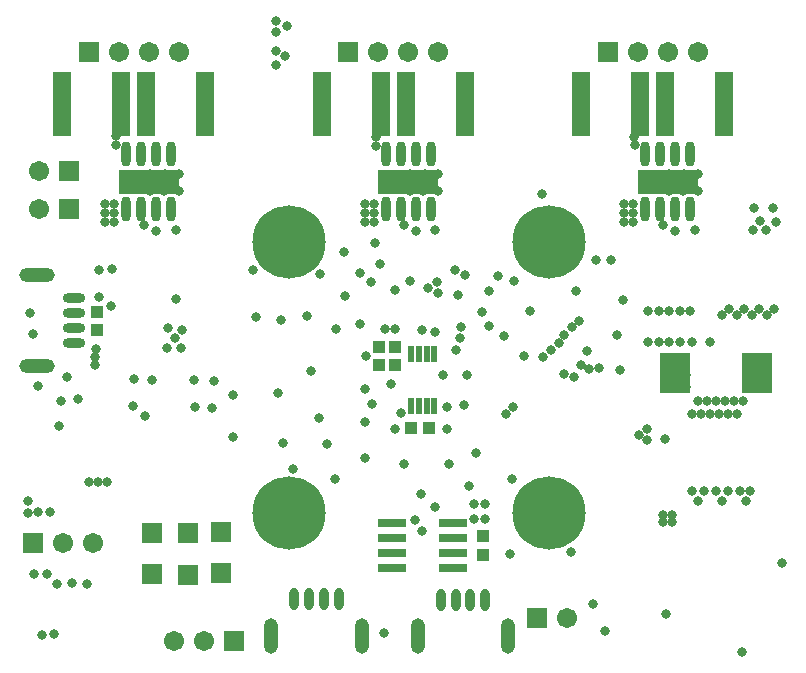
<source format=gbs>
G04*
G04 #@! TF.GenerationSoftware,Altium Limited,Altium Designer,18.0.12 (696)*
G04*
G04 Layer_Color=16711935*
%FSLAX25Y25*%
%MOIN*%
G70*
G01*
G75*
%ADD21R,0.04202X0.03898*%
%ADD22R,0.20485X0.08280*%
%ADD23O,0.03162X0.08280*%
%ADD32R,0.03898X0.04202*%
G04:AMPARAMS|DCode=33|XSize=118.24mil|YSize=47.37mil|CornerRadius=23.68mil|HoleSize=0mil|Usage=FLASHONLY|Rotation=90.000|XOffset=0mil|YOffset=0mil|HoleType=Round|Shape=RoundedRectangle|*
%AMROUNDEDRECTD33*
21,1,0.11824,0.00000,0,0,90.0*
21,1,0.07087,0.04737,0,0,90.0*
1,1,0.04737,0.00000,0.03544*
1,1,0.04737,0.00000,-0.03544*
1,1,0.04737,0.00000,-0.03544*
1,1,0.04737,0.00000,0.03544*
%
%ADD33ROUNDEDRECTD33*%
G04:AMPARAMS|DCode=34|XSize=31.62mil|YSize=74.93mil|CornerRadius=15.81mil|HoleSize=0mil|Usage=FLASHONLY|Rotation=0.000|XOffset=0mil|YOffset=0mil|HoleType=Round|Shape=RoundedRectangle|*
%AMROUNDEDRECTD34*
21,1,0.03162,0.04331,0,0,0.0*
21,1,0.00000,0.07493,0,0,0.0*
1,1,0.03162,0.00000,-0.02166*
1,1,0.03162,0.00000,-0.02166*
1,1,0.03162,0.00000,0.02166*
1,1,0.03162,0.00000,0.02166*
%
%ADD34ROUNDEDRECTD34*%
%ADD42R,0.09461X0.03162*%
%ADD47C,0.06706*%
%ADD48R,0.06706X0.06706*%
%ADD49C,0.24400*%
%ADD50C,0.03162*%
%ADD115R,0.10249X0.13792*%
%ADD116R,0.06312X0.21272*%
G04:AMPARAMS|DCode=117|XSize=31.62mil|YSize=74.93mil|CornerRadius=15.81mil|HoleSize=0mil|Usage=FLASHONLY|Rotation=90.000|XOffset=0mil|YOffset=0mil|HoleType=Round|Shape=RoundedRectangle|*
%AMROUNDEDRECTD117*
21,1,0.03162,0.04331,0,0,90.0*
21,1,0.00000,0.07493,0,0,90.0*
1,1,0.03162,0.02166,0.00000*
1,1,0.03162,0.02166,0.00000*
1,1,0.03162,-0.02166,0.00000*
1,1,0.03162,-0.02166,0.00000*
%
%ADD117ROUNDEDRECTD117*%
G04:AMPARAMS|DCode=118|XSize=118.24mil|YSize=47.37mil|CornerRadius=23.68mil|HoleSize=0mil|Usage=FLASHONLY|Rotation=0.000|XOffset=0mil|YOffset=0mil|HoleType=Round|Shape=RoundedRectangle|*
%AMROUNDEDRECTD118*
21,1,0.11824,0.00000,0,0,0.0*
21,1,0.07087,0.04737,0,0,0.0*
1,1,0.04737,0.03544,0.00000*
1,1,0.04737,-0.03544,0.00000*
1,1,0.04737,-0.03544,0.00000*
1,1,0.04737,0.03544,0.00000*
%
%ADD118ROUNDEDRECTD118*%
%ADD119R,0.02178X0.05524*%
%ADD120R,0.06706X0.06706*%
D21*
X427400Y170149D02*
D03*
X427400Y176251D02*
D03*
X298600Y251151D02*
D03*
X298600Y245049D02*
D03*
X392600Y233349D02*
D03*
X392600Y239451D02*
D03*
X398100Y233349D02*
D03*
X398100Y239451D02*
D03*
D22*
X402500Y294500D02*
D03*
X489000D02*
D03*
X316000D02*
D03*
D23*
X410000Y285248D02*
D03*
X405000D02*
D03*
X400000D02*
D03*
X395000D02*
D03*
X410000Y303752D02*
D03*
X405000D02*
D03*
X400000D02*
D03*
X395000D02*
D03*
X496500Y285248D02*
D03*
X491500D02*
D03*
X486500D02*
D03*
X481500D02*
D03*
X496500Y303752D02*
D03*
X491500D02*
D03*
X486500D02*
D03*
X481500D02*
D03*
X308500D02*
D03*
X313500D02*
D03*
X318500D02*
D03*
X323500D02*
D03*
X308500Y285248D02*
D03*
X313500D02*
D03*
X318500D02*
D03*
X323500D02*
D03*
D32*
X403249Y212300D02*
D03*
X409351D02*
D03*
D33*
X356841Y142983D02*
D03*
X386959D02*
D03*
X405641Y142952D02*
D03*
X435759D02*
D03*
D34*
X364518Y155189D02*
D03*
X369439D02*
D03*
X374361D02*
D03*
X379282D02*
D03*
X413318Y155157D02*
D03*
X418239D02*
D03*
X423161D02*
D03*
X428082D02*
D03*
D42*
X417436Y175700D02*
D03*
X396964D02*
D03*
X417436Y180700D02*
D03*
X417436Y170700D02*
D03*
X417436Y165700D02*
D03*
X396964Y180700D02*
D03*
X396964Y170700D02*
D03*
Y165700D02*
D03*
D47*
X297400Y174000D02*
D03*
X287400D02*
D03*
X478971Y337683D02*
D03*
X488971D02*
D03*
X498971D02*
D03*
X392471D02*
D03*
X402471D02*
D03*
X412471D02*
D03*
X306150Y337600D02*
D03*
X316150D02*
D03*
X326150D02*
D03*
X324400Y141200D02*
D03*
X334400D02*
D03*
X279500Y298100D02*
D03*
X279400Y285400D02*
D03*
X455400Y149018D02*
D03*
D48*
X277400Y174000D02*
D03*
X468971Y337683D02*
D03*
X382471D02*
D03*
X296150Y337600D02*
D03*
X344400Y141200D02*
D03*
X289500Y298100D02*
D03*
X289400Y285400D02*
D03*
X445400Y149018D02*
D03*
D49*
X362779Y183952D02*
D03*
Y274503D02*
D03*
X449393D02*
D03*
Y183952D02*
D03*
D50*
X491600Y225800D02*
D03*
X415500Y212000D02*
D03*
X416000Y200500D02*
D03*
X432400Y263100D02*
D03*
X441200Y236400D02*
D03*
X419600Y242400D02*
D03*
X420200Y246100D02*
D03*
X421400Y263400D02*
D03*
X419200Y256700D02*
D03*
X429500Y258000D02*
D03*
X412500Y257500D02*
D03*
X517300Y278300D02*
D03*
X523900Y285800D02*
D03*
X517700Y285700D02*
D03*
X519700Y281200D02*
D03*
X524900Y281100D02*
D03*
X521800Y278200D02*
D03*
X360700Y207400D02*
D03*
X364200Y198600D02*
D03*
X446900Y290200D02*
D03*
X396700Y226900D02*
D03*
X368800Y249600D02*
D03*
X373000Y263800D02*
D03*
X351600Y249300D02*
D03*
X350600Y265100D02*
D03*
X359900Y248200D02*
D03*
X303600Y265200D02*
D03*
X299500Y256000D02*
D03*
X299300Y265000D02*
D03*
X292300Y222000D02*
D03*
X279100Y226300D02*
D03*
X288600Y229400D02*
D03*
X286800Y221200D02*
D03*
X282100Y163700D02*
D03*
X277600Y163800D02*
D03*
X284300Y143800D02*
D03*
X280400Y143500D02*
D03*
X464100Y153600D02*
D03*
X468100Y144800D02*
D03*
X411300Y186000D02*
D03*
X406800Y190500D02*
D03*
X422700Y193000D02*
D03*
X437200Y195200D02*
D03*
X477700Y309200D02*
D03*
X477900Y306600D02*
D03*
X391700Y309300D02*
D03*
Y306500D02*
D03*
X305100Y309600D02*
D03*
X305200Y306700D02*
D03*
X285300Y160300D02*
D03*
X290300Y160600D02*
D03*
X295500Y160500D02*
D03*
X298200Y233500D02*
D03*
Y236100D02*
D03*
X298300Y238800D02*
D03*
X310700Y219700D02*
D03*
X314600Y216500D02*
D03*
X310900Y228600D02*
D03*
X317200Y228500D02*
D03*
X325000Y255300D02*
D03*
X327200Y245100D02*
D03*
X324700Y242300D02*
D03*
X322300Y245600D02*
D03*
X326700Y238900D02*
D03*
X322200Y239100D02*
D03*
X331100Y228200D02*
D03*
X337600Y228100D02*
D03*
X337200Y218900D02*
D03*
X331500Y219200D02*
D03*
X275700Y188000D02*
D03*
Y184100D02*
D03*
X278900Y184200D02*
D03*
X283100Y184300D02*
D03*
X296000Y194300D02*
D03*
X298900Y194400D02*
D03*
X302200D02*
D03*
X513600Y137600D02*
D03*
X378000Y195200D02*
D03*
X303300Y252900D02*
D03*
X488100Y208800D02*
D03*
X391300Y273900D02*
D03*
X380900Y270900D02*
D03*
X390100Y261000D02*
D03*
X394500Y144000D02*
D03*
X277400Y243700D02*
D03*
X276500Y250600D02*
D03*
X437600Y261400D02*
D03*
X458300Y258100D02*
D03*
X443100Y251500D02*
D03*
X474200Y255100D02*
D03*
X472200Y243200D02*
D03*
X473200Y231600D02*
D03*
X436500Y170500D02*
D03*
X456700Y170900D02*
D03*
X399900Y217500D02*
D03*
X415400Y219200D02*
D03*
X358500Y348000D02*
D03*
X362000Y346500D02*
D03*
X358500Y344500D02*
D03*
Y338000D02*
D03*
X361500Y336500D02*
D03*
X358500Y333500D02*
D03*
X479500Y210000D02*
D03*
X482000Y208500D02*
D03*
Y212000D02*
D03*
X418500Y238500D02*
D03*
X411500Y244500D02*
D03*
X344000Y209500D02*
D03*
Y223500D02*
D03*
X359000Y224000D02*
D03*
X286000Y213000D02*
D03*
X527000Y167500D02*
D03*
X488500Y150500D02*
D03*
X421000Y220000D02*
D03*
X388000Y225500D02*
D03*
X390500Y220500D02*
D03*
X388500Y236500D02*
D03*
X386500Y247000D02*
D03*
X394662Y245500D02*
D03*
X378500D02*
D03*
X404619Y181781D02*
D03*
X407000Y178000D02*
D03*
X425000Y204000D02*
D03*
X388000Y202500D02*
D03*
X401000Y200500D02*
D03*
X434500Y243000D02*
D03*
X427000Y251000D02*
D03*
X381500Y256500D02*
D03*
X437500Y219500D02*
D03*
X435000Y217000D02*
D03*
X462819Y231988D02*
D03*
X457562Y229203D02*
D03*
X454500Y230500D02*
D03*
X460000Y233500D02*
D03*
X466000Y232500D02*
D03*
X454500Y243500D02*
D03*
X452738Y240762D02*
D03*
X450119Y238381D02*
D03*
X447500Y236000D02*
D03*
X459500Y248000D02*
D03*
X457000Y246000D02*
D03*
X462000Y238000D02*
D03*
X429500Y246500D02*
D03*
X412000Y261000D02*
D03*
X403000Y261500D02*
D03*
X418000Y265000D02*
D03*
X428000Y187000D02*
D03*
X424500D02*
D03*
X428000Y182000D02*
D03*
X424500D02*
D03*
X375500Y207000D02*
D03*
X372575Y215618D02*
D03*
X393000Y267000D02*
D03*
X398000Y258500D02*
D03*
X409000Y259000D02*
D03*
X398000Y245500D02*
D03*
X386500Y264000D02*
D03*
X414000Y230000D02*
D03*
X422000Y229884D02*
D03*
X370000Y231500D02*
D03*
X388000Y214500D02*
D03*
X398000Y212000D02*
D03*
X465000Y268500D02*
D03*
X470000Y268500D02*
D03*
X407000Y245000D02*
D03*
X487500Y181000D02*
D03*
X490500D02*
D03*
X487500Y183500D02*
D03*
X490500D02*
D03*
X515000Y188000D02*
D03*
X507000D02*
D03*
X499000D02*
D03*
X516500Y191500D02*
D03*
X513000D02*
D03*
X509000D02*
D03*
X505000D02*
D03*
X501000D02*
D03*
X497000D02*
D03*
X503000Y241000D02*
D03*
X518000Y230000D02*
D03*
X519500Y232500D02*
D03*
X521000Y230000D02*
D03*
X482500Y241000D02*
D03*
X486000D02*
D03*
X489500D02*
D03*
X493000D02*
D03*
X497000D02*
D03*
X496500Y251500D02*
D03*
X493000D02*
D03*
X489500D02*
D03*
X486000D02*
D03*
X482500D02*
D03*
X495000Y226000D02*
D03*
X493000Y228000D02*
D03*
X488000Y226000D02*
D03*
X490000Y228000D02*
D03*
X495000Y230000D02*
D03*
X491500D02*
D03*
X488000D02*
D03*
X493000Y232000D02*
D03*
X490000D02*
D03*
X494500Y234500D02*
D03*
X491500D02*
D03*
X488500D02*
D03*
X507000Y250000D02*
D03*
X509500Y252000D02*
D03*
X512000Y250000D02*
D03*
X514500Y252000D02*
D03*
X522000Y250000D02*
D03*
X524500Y252000D02*
D03*
X519500D02*
D03*
X517000Y250000D02*
D03*
X499000Y221500D02*
D03*
X512000Y217000D02*
D03*
X509000D02*
D03*
X506000D02*
D03*
X503000D02*
D03*
X500000D02*
D03*
X497000D02*
D03*
X502000Y221500D02*
D03*
X505000D02*
D03*
X508000D02*
D03*
X511000D02*
D03*
X514000D02*
D03*
X477500Y287000D02*
D03*
Y284000D02*
D03*
Y281000D02*
D03*
X474500D02*
D03*
Y284000D02*
D03*
Y287000D02*
D03*
X489500Y291500D02*
D03*
X494000D02*
D03*
X499000D02*
D03*
X494500Y297000D02*
D03*
X489500D02*
D03*
X492000Y294000D02*
D03*
X496500D02*
D03*
X487500D02*
D03*
X499000Y297000D02*
D03*
X487500Y280000D02*
D03*
X498000Y278500D02*
D03*
X491500Y278000D02*
D03*
X391000Y287000D02*
D03*
Y284000D02*
D03*
Y281000D02*
D03*
X388000D02*
D03*
Y284000D02*
D03*
Y287000D02*
D03*
X403000Y291500D02*
D03*
X407500D02*
D03*
X412500D02*
D03*
X408000Y297000D02*
D03*
X403000D02*
D03*
X405500Y294000D02*
D03*
X410000D02*
D03*
X401000D02*
D03*
X412500Y297000D02*
D03*
X401000Y280000D02*
D03*
X411500Y278500D02*
D03*
X405000Y278000D02*
D03*
X318500D02*
D03*
X325000Y278500D02*
D03*
X314500Y280000D02*
D03*
X326000Y297000D02*
D03*
X314500Y294000D02*
D03*
X323500D02*
D03*
X319000D02*
D03*
X316500Y297000D02*
D03*
X321500D02*
D03*
X326000Y291500D02*
D03*
X321000D02*
D03*
X316500D02*
D03*
X301500Y287000D02*
D03*
Y284000D02*
D03*
Y281000D02*
D03*
X304500D02*
D03*
Y284000D02*
D03*
Y287000D02*
D03*
D115*
X491219Y230700D02*
D03*
X518581D02*
D03*
D116*
X488158Y320500D02*
D03*
X507842D02*
D03*
X479843D02*
D03*
X460157D02*
D03*
X401657D02*
D03*
X421343D02*
D03*
X393342D02*
D03*
X373657D02*
D03*
X334842D02*
D03*
X315158D02*
D03*
X287158D02*
D03*
X306842D02*
D03*
D117*
X290900Y255521D02*
D03*
Y250600D02*
D03*
Y245678D02*
D03*
Y240757D02*
D03*
D118*
X278695Y263198D02*
D03*
X278695Y233080D02*
D03*
D119*
X403461Y237060D02*
D03*
X406020D02*
D03*
X408580D02*
D03*
X411139Y237060D02*
D03*
X411139Y219540D02*
D03*
X408580D02*
D03*
X406020Y219540D02*
D03*
X403461D02*
D03*
D120*
X340200Y163910D02*
D03*
Y177690D02*
D03*
X328900Y163410D02*
D03*
X328900Y177190D02*
D03*
X317000Y163610D02*
D03*
Y177390D02*
D03*
M02*

</source>
